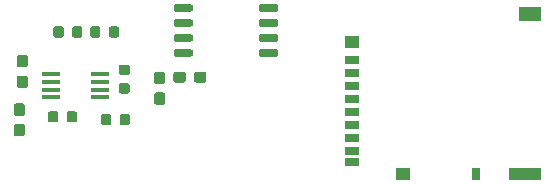
<source format=gbr>
G04 #@! TF.GenerationSoftware,KiCad,Pcbnew,(5.1.5)-3*
G04 #@! TF.CreationDate,2020-05-22T11:52:53-04:00*
G04 #@! TF.ProjectId,uBit_carrier,75426974-5f63-4617-9272-6965722e6b69,rev?*
G04 #@! TF.SameCoordinates,Original*
G04 #@! TF.FileFunction,Paste,Top*
G04 #@! TF.FilePolarity,Positive*
%FSLAX46Y46*%
G04 Gerber Fmt 4.6, Leading zero omitted, Abs format (unit mm)*
G04 Created by KiCad (PCBNEW (5.1.5)-3) date 2020-05-22 11:52:53*
%MOMM*%
%LPD*%
G04 APERTURE LIST*
%ADD10R,1.524000X0.457200*%
%ADD11C,0.100000*%
%ADD12R,1.900000X1.300000*%
%ADD13R,2.800000X1.000000*%
%ADD14R,0.800000X1.000000*%
%ADD15R,1.200000X1.000000*%
%ADD16R,1.200000X0.700000*%
G04 APERTURE END LIST*
D10*
X157416500Y-105546799D03*
X157416500Y-104896801D03*
X157416500Y-104246799D03*
X157416500Y-103596801D03*
X161505900Y-103596801D03*
X161505900Y-104246799D03*
X161505900Y-104896801D03*
X161505900Y-105546799D03*
D11*
G36*
X163879791Y-106980753D02*
G01*
X163901026Y-106983903D01*
X163921850Y-106989119D01*
X163942062Y-106996351D01*
X163961468Y-107005530D01*
X163979881Y-107016566D01*
X163997124Y-107029354D01*
X164013030Y-107043770D01*
X164027446Y-107059676D01*
X164040234Y-107076919D01*
X164051270Y-107095332D01*
X164060449Y-107114738D01*
X164067681Y-107134950D01*
X164072897Y-107155774D01*
X164076047Y-107177009D01*
X164077100Y-107198450D01*
X164077100Y-107710950D01*
X164076047Y-107732391D01*
X164072897Y-107753626D01*
X164067681Y-107774450D01*
X164060449Y-107794662D01*
X164051270Y-107814068D01*
X164040234Y-107832481D01*
X164027446Y-107849724D01*
X164013030Y-107865630D01*
X163997124Y-107880046D01*
X163979881Y-107892834D01*
X163961468Y-107903870D01*
X163942062Y-107913049D01*
X163921850Y-107920281D01*
X163901026Y-107925497D01*
X163879791Y-107928647D01*
X163858350Y-107929700D01*
X163420850Y-107929700D01*
X163399409Y-107928647D01*
X163378174Y-107925497D01*
X163357350Y-107920281D01*
X163337138Y-107913049D01*
X163317732Y-107903870D01*
X163299319Y-107892834D01*
X163282076Y-107880046D01*
X163266170Y-107865630D01*
X163251754Y-107849724D01*
X163238966Y-107832481D01*
X163227930Y-107814068D01*
X163218751Y-107794662D01*
X163211519Y-107774450D01*
X163206303Y-107753626D01*
X163203153Y-107732391D01*
X163202100Y-107710950D01*
X163202100Y-107198450D01*
X163203153Y-107177009D01*
X163206303Y-107155774D01*
X163211519Y-107134950D01*
X163218751Y-107114738D01*
X163227930Y-107095332D01*
X163238966Y-107076919D01*
X163251754Y-107059676D01*
X163266170Y-107043770D01*
X163282076Y-107029354D01*
X163299319Y-107016566D01*
X163317732Y-107005530D01*
X163337138Y-106996351D01*
X163357350Y-106989119D01*
X163378174Y-106983903D01*
X163399409Y-106980753D01*
X163420850Y-106979700D01*
X163858350Y-106979700D01*
X163879791Y-106980753D01*
G37*
G36*
X162304791Y-106980753D02*
G01*
X162326026Y-106983903D01*
X162346850Y-106989119D01*
X162367062Y-106996351D01*
X162386468Y-107005530D01*
X162404881Y-107016566D01*
X162422124Y-107029354D01*
X162438030Y-107043770D01*
X162452446Y-107059676D01*
X162465234Y-107076919D01*
X162476270Y-107095332D01*
X162485449Y-107114738D01*
X162492681Y-107134950D01*
X162497897Y-107155774D01*
X162501047Y-107177009D01*
X162502100Y-107198450D01*
X162502100Y-107710950D01*
X162501047Y-107732391D01*
X162497897Y-107753626D01*
X162492681Y-107774450D01*
X162485449Y-107794662D01*
X162476270Y-107814068D01*
X162465234Y-107832481D01*
X162452446Y-107849724D01*
X162438030Y-107865630D01*
X162422124Y-107880046D01*
X162404881Y-107892834D01*
X162386468Y-107903870D01*
X162367062Y-107913049D01*
X162346850Y-107920281D01*
X162326026Y-107925497D01*
X162304791Y-107928647D01*
X162283350Y-107929700D01*
X161845850Y-107929700D01*
X161824409Y-107928647D01*
X161803174Y-107925497D01*
X161782350Y-107920281D01*
X161762138Y-107913049D01*
X161742732Y-107903870D01*
X161724319Y-107892834D01*
X161707076Y-107880046D01*
X161691170Y-107865630D01*
X161676754Y-107849724D01*
X161663966Y-107832481D01*
X161652930Y-107814068D01*
X161643751Y-107794662D01*
X161636519Y-107774450D01*
X161631303Y-107753626D01*
X161628153Y-107732391D01*
X161627100Y-107710950D01*
X161627100Y-107198450D01*
X161628153Y-107177009D01*
X161631303Y-107155774D01*
X161636519Y-107134950D01*
X161643751Y-107114738D01*
X161652930Y-107095332D01*
X161663966Y-107076919D01*
X161676754Y-107059676D01*
X161691170Y-107043770D01*
X161707076Y-107029354D01*
X161724319Y-107016566D01*
X161742732Y-107005530D01*
X161762138Y-106996351D01*
X161782350Y-106989119D01*
X161803174Y-106983903D01*
X161824409Y-106980753D01*
X161845850Y-106979700D01*
X162283350Y-106979700D01*
X162304791Y-106980753D01*
G37*
G36*
X158266191Y-99551253D02*
G01*
X158287426Y-99554403D01*
X158308250Y-99559619D01*
X158328462Y-99566851D01*
X158347868Y-99576030D01*
X158366281Y-99587066D01*
X158383524Y-99599854D01*
X158399430Y-99614270D01*
X158413846Y-99630176D01*
X158426634Y-99647419D01*
X158437670Y-99665832D01*
X158446849Y-99685238D01*
X158454081Y-99705450D01*
X158459297Y-99726274D01*
X158462447Y-99747509D01*
X158463500Y-99768950D01*
X158463500Y-100281450D01*
X158462447Y-100302891D01*
X158459297Y-100324126D01*
X158454081Y-100344950D01*
X158446849Y-100365162D01*
X158437670Y-100384568D01*
X158426634Y-100402981D01*
X158413846Y-100420224D01*
X158399430Y-100436130D01*
X158383524Y-100450546D01*
X158366281Y-100463334D01*
X158347868Y-100474370D01*
X158328462Y-100483549D01*
X158308250Y-100490781D01*
X158287426Y-100495997D01*
X158266191Y-100499147D01*
X158244750Y-100500200D01*
X157807250Y-100500200D01*
X157785809Y-100499147D01*
X157764574Y-100495997D01*
X157743750Y-100490781D01*
X157723538Y-100483549D01*
X157704132Y-100474370D01*
X157685719Y-100463334D01*
X157668476Y-100450546D01*
X157652570Y-100436130D01*
X157638154Y-100420224D01*
X157625366Y-100402981D01*
X157614330Y-100384568D01*
X157605151Y-100365162D01*
X157597919Y-100344950D01*
X157592703Y-100324126D01*
X157589553Y-100302891D01*
X157588500Y-100281450D01*
X157588500Y-99768950D01*
X157589553Y-99747509D01*
X157592703Y-99726274D01*
X157597919Y-99705450D01*
X157605151Y-99685238D01*
X157614330Y-99665832D01*
X157625366Y-99647419D01*
X157638154Y-99630176D01*
X157652570Y-99614270D01*
X157668476Y-99599854D01*
X157685719Y-99587066D01*
X157704132Y-99576030D01*
X157723538Y-99566851D01*
X157743750Y-99559619D01*
X157764574Y-99554403D01*
X157785809Y-99551253D01*
X157807250Y-99550200D01*
X158244750Y-99550200D01*
X158266191Y-99551253D01*
G37*
G36*
X159841191Y-99551253D02*
G01*
X159862426Y-99554403D01*
X159883250Y-99559619D01*
X159903462Y-99566851D01*
X159922868Y-99576030D01*
X159941281Y-99587066D01*
X159958524Y-99599854D01*
X159974430Y-99614270D01*
X159988846Y-99630176D01*
X160001634Y-99647419D01*
X160012670Y-99665832D01*
X160021849Y-99685238D01*
X160029081Y-99705450D01*
X160034297Y-99726274D01*
X160037447Y-99747509D01*
X160038500Y-99768950D01*
X160038500Y-100281450D01*
X160037447Y-100302891D01*
X160034297Y-100324126D01*
X160029081Y-100344950D01*
X160021849Y-100365162D01*
X160012670Y-100384568D01*
X160001634Y-100402981D01*
X159988846Y-100420224D01*
X159974430Y-100436130D01*
X159958524Y-100450546D01*
X159941281Y-100463334D01*
X159922868Y-100474370D01*
X159903462Y-100483549D01*
X159883250Y-100490781D01*
X159862426Y-100495997D01*
X159841191Y-100499147D01*
X159819750Y-100500200D01*
X159382250Y-100500200D01*
X159360809Y-100499147D01*
X159339574Y-100495997D01*
X159318750Y-100490781D01*
X159298538Y-100483549D01*
X159279132Y-100474370D01*
X159260719Y-100463334D01*
X159243476Y-100450546D01*
X159227570Y-100436130D01*
X159213154Y-100420224D01*
X159200366Y-100402981D01*
X159189330Y-100384568D01*
X159180151Y-100365162D01*
X159172919Y-100344950D01*
X159167703Y-100324126D01*
X159164553Y-100302891D01*
X159163500Y-100281450D01*
X159163500Y-99768950D01*
X159164553Y-99747509D01*
X159167703Y-99726274D01*
X159172919Y-99705450D01*
X159180151Y-99685238D01*
X159189330Y-99665832D01*
X159200366Y-99647419D01*
X159213154Y-99630176D01*
X159227570Y-99614270D01*
X159243476Y-99599854D01*
X159260719Y-99587066D01*
X159279132Y-99576030D01*
X159298538Y-99566851D01*
X159318750Y-99559619D01*
X159339574Y-99554403D01*
X159360809Y-99551253D01*
X159382250Y-99550200D01*
X159819750Y-99550200D01*
X159841191Y-99551253D01*
G37*
G36*
X162952691Y-99551253D02*
G01*
X162973926Y-99554403D01*
X162994750Y-99559619D01*
X163014962Y-99566851D01*
X163034368Y-99576030D01*
X163052781Y-99587066D01*
X163070024Y-99599854D01*
X163085930Y-99614270D01*
X163100346Y-99630176D01*
X163113134Y-99647419D01*
X163124170Y-99665832D01*
X163133349Y-99685238D01*
X163140581Y-99705450D01*
X163145797Y-99726274D01*
X163148947Y-99747509D01*
X163150000Y-99768950D01*
X163150000Y-100281450D01*
X163148947Y-100302891D01*
X163145797Y-100324126D01*
X163140581Y-100344950D01*
X163133349Y-100365162D01*
X163124170Y-100384568D01*
X163113134Y-100402981D01*
X163100346Y-100420224D01*
X163085930Y-100436130D01*
X163070024Y-100450546D01*
X163052781Y-100463334D01*
X163034368Y-100474370D01*
X163014962Y-100483549D01*
X162994750Y-100490781D01*
X162973926Y-100495997D01*
X162952691Y-100499147D01*
X162931250Y-100500200D01*
X162493750Y-100500200D01*
X162472309Y-100499147D01*
X162451074Y-100495997D01*
X162430250Y-100490781D01*
X162410038Y-100483549D01*
X162390632Y-100474370D01*
X162372219Y-100463334D01*
X162354976Y-100450546D01*
X162339070Y-100436130D01*
X162324654Y-100420224D01*
X162311866Y-100402981D01*
X162300830Y-100384568D01*
X162291651Y-100365162D01*
X162284419Y-100344950D01*
X162279203Y-100324126D01*
X162276053Y-100302891D01*
X162275000Y-100281450D01*
X162275000Y-99768950D01*
X162276053Y-99747509D01*
X162279203Y-99726274D01*
X162284419Y-99705450D01*
X162291651Y-99685238D01*
X162300830Y-99665832D01*
X162311866Y-99647419D01*
X162324654Y-99630176D01*
X162339070Y-99614270D01*
X162354976Y-99599854D01*
X162372219Y-99587066D01*
X162390632Y-99576030D01*
X162410038Y-99566851D01*
X162430250Y-99559619D01*
X162451074Y-99554403D01*
X162472309Y-99551253D01*
X162493750Y-99550200D01*
X162931250Y-99550200D01*
X162952691Y-99551253D01*
G37*
G36*
X161377691Y-99551253D02*
G01*
X161398926Y-99554403D01*
X161419750Y-99559619D01*
X161439962Y-99566851D01*
X161459368Y-99576030D01*
X161477781Y-99587066D01*
X161495024Y-99599854D01*
X161510930Y-99614270D01*
X161525346Y-99630176D01*
X161538134Y-99647419D01*
X161549170Y-99665832D01*
X161558349Y-99685238D01*
X161565581Y-99705450D01*
X161570797Y-99726274D01*
X161573947Y-99747509D01*
X161575000Y-99768950D01*
X161575000Y-100281450D01*
X161573947Y-100302891D01*
X161570797Y-100324126D01*
X161565581Y-100344950D01*
X161558349Y-100365162D01*
X161549170Y-100384568D01*
X161538134Y-100402981D01*
X161525346Y-100420224D01*
X161510930Y-100436130D01*
X161495024Y-100450546D01*
X161477781Y-100463334D01*
X161459368Y-100474370D01*
X161439962Y-100483549D01*
X161419750Y-100490781D01*
X161398926Y-100495997D01*
X161377691Y-100499147D01*
X161356250Y-100500200D01*
X160918750Y-100500200D01*
X160897309Y-100499147D01*
X160876074Y-100495997D01*
X160855250Y-100490781D01*
X160835038Y-100483549D01*
X160815632Y-100474370D01*
X160797219Y-100463334D01*
X160779976Y-100450546D01*
X160764070Y-100436130D01*
X160749654Y-100420224D01*
X160736866Y-100402981D01*
X160725830Y-100384568D01*
X160716651Y-100365162D01*
X160709419Y-100344950D01*
X160704203Y-100324126D01*
X160701053Y-100302891D01*
X160700000Y-100281450D01*
X160700000Y-99768950D01*
X160701053Y-99747509D01*
X160704203Y-99726274D01*
X160709419Y-99705450D01*
X160716651Y-99685238D01*
X160725830Y-99665832D01*
X160736866Y-99647419D01*
X160749654Y-99630176D01*
X160764070Y-99614270D01*
X160779976Y-99599854D01*
X160797219Y-99587066D01*
X160815632Y-99576030D01*
X160835038Y-99566851D01*
X160855250Y-99559619D01*
X160876074Y-99554403D01*
X160897309Y-99551253D01*
X160918750Y-99550200D01*
X161356250Y-99550200D01*
X161377691Y-99551253D01*
G37*
G36*
X159383991Y-106739453D02*
G01*
X159405226Y-106742603D01*
X159426050Y-106747819D01*
X159446262Y-106755051D01*
X159465668Y-106764230D01*
X159484081Y-106775266D01*
X159501324Y-106788054D01*
X159517230Y-106802470D01*
X159531646Y-106818376D01*
X159544434Y-106835619D01*
X159555470Y-106854032D01*
X159564649Y-106873438D01*
X159571881Y-106893650D01*
X159577097Y-106914474D01*
X159580247Y-106935709D01*
X159581300Y-106957150D01*
X159581300Y-107469650D01*
X159580247Y-107491091D01*
X159577097Y-107512326D01*
X159571881Y-107533150D01*
X159564649Y-107553362D01*
X159555470Y-107572768D01*
X159544434Y-107591181D01*
X159531646Y-107608424D01*
X159517230Y-107624330D01*
X159501324Y-107638746D01*
X159484081Y-107651534D01*
X159465668Y-107662570D01*
X159446262Y-107671749D01*
X159426050Y-107678981D01*
X159405226Y-107684197D01*
X159383991Y-107687347D01*
X159362550Y-107688400D01*
X158925050Y-107688400D01*
X158903609Y-107687347D01*
X158882374Y-107684197D01*
X158861550Y-107678981D01*
X158841338Y-107671749D01*
X158821932Y-107662570D01*
X158803519Y-107651534D01*
X158786276Y-107638746D01*
X158770370Y-107624330D01*
X158755954Y-107608424D01*
X158743166Y-107591181D01*
X158732130Y-107572768D01*
X158722951Y-107553362D01*
X158715719Y-107533150D01*
X158710503Y-107512326D01*
X158707353Y-107491091D01*
X158706300Y-107469650D01*
X158706300Y-106957150D01*
X158707353Y-106935709D01*
X158710503Y-106914474D01*
X158715719Y-106893650D01*
X158722951Y-106873438D01*
X158732130Y-106854032D01*
X158743166Y-106835619D01*
X158755954Y-106818376D01*
X158770370Y-106802470D01*
X158786276Y-106788054D01*
X158803519Y-106775266D01*
X158821932Y-106764230D01*
X158841338Y-106755051D01*
X158861550Y-106747819D01*
X158882374Y-106742603D01*
X158903609Y-106739453D01*
X158925050Y-106738400D01*
X159362550Y-106738400D01*
X159383991Y-106739453D01*
G37*
G36*
X157808991Y-106739453D02*
G01*
X157830226Y-106742603D01*
X157851050Y-106747819D01*
X157871262Y-106755051D01*
X157890668Y-106764230D01*
X157909081Y-106775266D01*
X157926324Y-106788054D01*
X157942230Y-106802470D01*
X157956646Y-106818376D01*
X157969434Y-106835619D01*
X157980470Y-106854032D01*
X157989649Y-106873438D01*
X157996881Y-106893650D01*
X158002097Y-106914474D01*
X158005247Y-106935709D01*
X158006300Y-106957150D01*
X158006300Y-107469650D01*
X158005247Y-107491091D01*
X158002097Y-107512326D01*
X157996881Y-107533150D01*
X157989649Y-107553362D01*
X157980470Y-107572768D01*
X157969434Y-107591181D01*
X157956646Y-107608424D01*
X157942230Y-107624330D01*
X157926324Y-107638746D01*
X157909081Y-107651534D01*
X157890668Y-107662570D01*
X157871262Y-107671749D01*
X157851050Y-107678981D01*
X157830226Y-107684197D01*
X157808991Y-107687347D01*
X157787550Y-107688400D01*
X157350050Y-107688400D01*
X157328609Y-107687347D01*
X157307374Y-107684197D01*
X157286550Y-107678981D01*
X157266338Y-107671749D01*
X157246932Y-107662570D01*
X157228519Y-107651534D01*
X157211276Y-107638746D01*
X157195370Y-107624330D01*
X157180954Y-107608424D01*
X157168166Y-107591181D01*
X157157130Y-107572768D01*
X157147951Y-107553362D01*
X157140719Y-107533150D01*
X157135503Y-107512326D01*
X157132353Y-107491091D01*
X157131300Y-107469650D01*
X157131300Y-106957150D01*
X157132353Y-106935709D01*
X157135503Y-106914474D01*
X157140719Y-106893650D01*
X157147951Y-106873438D01*
X157157130Y-106854032D01*
X157168166Y-106835619D01*
X157180954Y-106818376D01*
X157195370Y-106802470D01*
X157211276Y-106788054D01*
X157228519Y-106775266D01*
X157246932Y-106764230D01*
X157266338Y-106755051D01*
X157286550Y-106747819D01*
X157307374Y-106742603D01*
X157328609Y-106739453D01*
X157350050Y-106738400D01*
X157787550Y-106738400D01*
X157808991Y-106739453D01*
G37*
G36*
X155213479Y-103716444D02*
G01*
X155236534Y-103719863D01*
X155259143Y-103725527D01*
X155281087Y-103733379D01*
X155302157Y-103743344D01*
X155322148Y-103755326D01*
X155340868Y-103769210D01*
X155358138Y-103784862D01*
X155373790Y-103802132D01*
X155387674Y-103820852D01*
X155399656Y-103840843D01*
X155409621Y-103861913D01*
X155417473Y-103883857D01*
X155423137Y-103906466D01*
X155426556Y-103929521D01*
X155427700Y-103952800D01*
X155427700Y-104527800D01*
X155426556Y-104551079D01*
X155423137Y-104574134D01*
X155417473Y-104596743D01*
X155409621Y-104618687D01*
X155399656Y-104639757D01*
X155387674Y-104659748D01*
X155373790Y-104678468D01*
X155358138Y-104695738D01*
X155340868Y-104711390D01*
X155322148Y-104725274D01*
X155302157Y-104737256D01*
X155281087Y-104747221D01*
X155259143Y-104755073D01*
X155236534Y-104760737D01*
X155213479Y-104764156D01*
X155190200Y-104765300D01*
X154715200Y-104765300D01*
X154691921Y-104764156D01*
X154668866Y-104760737D01*
X154646257Y-104755073D01*
X154624313Y-104747221D01*
X154603243Y-104737256D01*
X154583252Y-104725274D01*
X154564532Y-104711390D01*
X154547262Y-104695738D01*
X154531610Y-104678468D01*
X154517726Y-104659748D01*
X154505744Y-104639757D01*
X154495779Y-104618687D01*
X154487927Y-104596743D01*
X154482263Y-104574134D01*
X154478844Y-104551079D01*
X154477700Y-104527800D01*
X154477700Y-103952800D01*
X154478844Y-103929521D01*
X154482263Y-103906466D01*
X154487927Y-103883857D01*
X154495779Y-103861913D01*
X154505744Y-103840843D01*
X154517726Y-103820852D01*
X154531610Y-103802132D01*
X154547262Y-103784862D01*
X154564532Y-103769210D01*
X154583252Y-103755326D01*
X154603243Y-103743344D01*
X154624313Y-103733379D01*
X154646257Y-103725527D01*
X154668866Y-103719863D01*
X154691921Y-103716444D01*
X154715200Y-103715300D01*
X155190200Y-103715300D01*
X155213479Y-103716444D01*
G37*
G36*
X155213479Y-101966444D02*
G01*
X155236534Y-101969863D01*
X155259143Y-101975527D01*
X155281087Y-101983379D01*
X155302157Y-101993344D01*
X155322148Y-102005326D01*
X155340868Y-102019210D01*
X155358138Y-102034862D01*
X155373790Y-102052132D01*
X155387674Y-102070852D01*
X155399656Y-102090843D01*
X155409621Y-102111913D01*
X155417473Y-102133857D01*
X155423137Y-102156466D01*
X155426556Y-102179521D01*
X155427700Y-102202800D01*
X155427700Y-102777800D01*
X155426556Y-102801079D01*
X155423137Y-102824134D01*
X155417473Y-102846743D01*
X155409621Y-102868687D01*
X155399656Y-102889757D01*
X155387674Y-102909748D01*
X155373790Y-102928468D01*
X155358138Y-102945738D01*
X155340868Y-102961390D01*
X155322148Y-102975274D01*
X155302157Y-102987256D01*
X155281087Y-102997221D01*
X155259143Y-103005073D01*
X155236534Y-103010737D01*
X155213479Y-103014156D01*
X155190200Y-103015300D01*
X154715200Y-103015300D01*
X154691921Y-103014156D01*
X154668866Y-103010737D01*
X154646257Y-103005073D01*
X154624313Y-102997221D01*
X154603243Y-102987256D01*
X154583252Y-102975274D01*
X154564532Y-102961390D01*
X154547262Y-102945738D01*
X154531610Y-102928468D01*
X154517726Y-102909748D01*
X154505744Y-102889757D01*
X154495779Y-102868687D01*
X154487927Y-102846743D01*
X154482263Y-102824134D01*
X154478844Y-102801079D01*
X154477700Y-102777800D01*
X154477700Y-102202800D01*
X154478844Y-102179521D01*
X154482263Y-102156466D01*
X154487927Y-102133857D01*
X154495779Y-102111913D01*
X154505744Y-102090843D01*
X154517726Y-102070852D01*
X154531610Y-102052132D01*
X154547262Y-102034862D01*
X154564532Y-102019210D01*
X154583252Y-102005326D01*
X154603243Y-101993344D01*
X154624313Y-101983379D01*
X154646257Y-101975527D01*
X154668866Y-101969863D01*
X154691921Y-101966444D01*
X154715200Y-101965300D01*
X155190200Y-101965300D01*
X155213479Y-101966444D01*
G37*
G36*
X163866391Y-104364053D02*
G01*
X163887626Y-104367203D01*
X163908450Y-104372419D01*
X163928662Y-104379651D01*
X163948068Y-104388830D01*
X163966481Y-104399866D01*
X163983724Y-104412654D01*
X163999630Y-104427070D01*
X164014046Y-104442976D01*
X164026834Y-104460219D01*
X164037870Y-104478632D01*
X164047049Y-104498038D01*
X164054281Y-104518250D01*
X164059497Y-104539074D01*
X164062647Y-104560309D01*
X164063700Y-104581750D01*
X164063700Y-105019250D01*
X164062647Y-105040691D01*
X164059497Y-105061926D01*
X164054281Y-105082750D01*
X164047049Y-105102962D01*
X164037870Y-105122368D01*
X164026834Y-105140781D01*
X164014046Y-105158024D01*
X163999630Y-105173930D01*
X163983724Y-105188346D01*
X163966481Y-105201134D01*
X163948068Y-105212170D01*
X163928662Y-105221349D01*
X163908450Y-105228581D01*
X163887626Y-105233797D01*
X163866391Y-105236947D01*
X163844950Y-105238000D01*
X163332450Y-105238000D01*
X163311009Y-105236947D01*
X163289774Y-105233797D01*
X163268950Y-105228581D01*
X163248738Y-105221349D01*
X163229332Y-105212170D01*
X163210919Y-105201134D01*
X163193676Y-105188346D01*
X163177770Y-105173930D01*
X163163354Y-105158024D01*
X163150566Y-105140781D01*
X163139530Y-105122368D01*
X163130351Y-105102962D01*
X163123119Y-105082750D01*
X163117903Y-105061926D01*
X163114753Y-105040691D01*
X163113700Y-105019250D01*
X163113700Y-104581750D01*
X163114753Y-104560309D01*
X163117903Y-104539074D01*
X163123119Y-104518250D01*
X163130351Y-104498038D01*
X163139530Y-104478632D01*
X163150566Y-104460219D01*
X163163354Y-104442976D01*
X163177770Y-104427070D01*
X163193676Y-104412654D01*
X163210919Y-104399866D01*
X163229332Y-104388830D01*
X163248738Y-104379651D01*
X163268950Y-104372419D01*
X163289774Y-104367203D01*
X163311009Y-104364053D01*
X163332450Y-104363000D01*
X163844950Y-104363000D01*
X163866391Y-104364053D01*
G37*
G36*
X163866391Y-102789053D02*
G01*
X163887626Y-102792203D01*
X163908450Y-102797419D01*
X163928662Y-102804651D01*
X163948068Y-102813830D01*
X163966481Y-102824866D01*
X163983724Y-102837654D01*
X163999630Y-102852070D01*
X164014046Y-102867976D01*
X164026834Y-102885219D01*
X164037870Y-102903632D01*
X164047049Y-102923038D01*
X164054281Y-102943250D01*
X164059497Y-102964074D01*
X164062647Y-102985309D01*
X164063700Y-103006750D01*
X164063700Y-103444250D01*
X164062647Y-103465691D01*
X164059497Y-103486926D01*
X164054281Y-103507750D01*
X164047049Y-103527962D01*
X164037870Y-103547368D01*
X164026834Y-103565781D01*
X164014046Y-103583024D01*
X163999630Y-103598930D01*
X163983724Y-103613346D01*
X163966481Y-103626134D01*
X163948068Y-103637170D01*
X163928662Y-103646349D01*
X163908450Y-103653581D01*
X163887626Y-103658797D01*
X163866391Y-103661947D01*
X163844950Y-103663000D01*
X163332450Y-103663000D01*
X163311009Y-103661947D01*
X163289774Y-103658797D01*
X163268950Y-103653581D01*
X163248738Y-103646349D01*
X163229332Y-103637170D01*
X163210919Y-103626134D01*
X163193676Y-103613346D01*
X163177770Y-103598930D01*
X163163354Y-103583024D01*
X163150566Y-103565781D01*
X163139530Y-103547368D01*
X163130351Y-103527962D01*
X163123119Y-103507750D01*
X163117903Y-103486926D01*
X163114753Y-103465691D01*
X163113700Y-103444250D01*
X163113700Y-103006750D01*
X163114753Y-102985309D01*
X163117903Y-102964074D01*
X163123119Y-102943250D01*
X163130351Y-102923038D01*
X163139530Y-102903632D01*
X163150566Y-102885219D01*
X163163354Y-102867976D01*
X163177770Y-102852070D01*
X163193676Y-102837654D01*
X163210919Y-102824866D01*
X163229332Y-102813830D01*
X163248738Y-102804651D01*
X163268950Y-102797419D01*
X163289774Y-102792203D01*
X163311009Y-102789053D01*
X163332450Y-102788000D01*
X163844950Y-102788000D01*
X163866391Y-102789053D01*
G37*
D12*
X197975000Y-98525000D03*
D13*
X197525000Y-112025000D03*
D14*
X193375000Y-112025000D03*
D15*
X187175000Y-112025000D03*
X182875000Y-100875000D03*
D16*
X182875000Y-109025000D03*
X182875000Y-107925000D03*
X182875000Y-106825000D03*
X182875000Y-105725000D03*
X182875000Y-104625000D03*
X182875000Y-103525000D03*
X182875000Y-102425000D03*
X182875000Y-110125000D03*
X182875000Y-111075000D03*
D11*
G36*
X154972179Y-107818544D02*
G01*
X154995234Y-107821963D01*
X155017843Y-107827627D01*
X155039787Y-107835479D01*
X155060857Y-107845444D01*
X155080848Y-107857426D01*
X155099568Y-107871310D01*
X155116838Y-107886962D01*
X155132490Y-107904232D01*
X155146374Y-107922952D01*
X155158356Y-107942943D01*
X155168321Y-107964013D01*
X155176173Y-107985957D01*
X155181837Y-108008566D01*
X155185256Y-108031621D01*
X155186400Y-108054900D01*
X155186400Y-108629900D01*
X155185256Y-108653179D01*
X155181837Y-108676234D01*
X155176173Y-108698843D01*
X155168321Y-108720787D01*
X155158356Y-108741857D01*
X155146374Y-108761848D01*
X155132490Y-108780568D01*
X155116838Y-108797838D01*
X155099568Y-108813490D01*
X155080848Y-108827374D01*
X155060857Y-108839356D01*
X155039787Y-108849321D01*
X155017843Y-108857173D01*
X154995234Y-108862837D01*
X154972179Y-108866256D01*
X154948900Y-108867400D01*
X154473900Y-108867400D01*
X154450621Y-108866256D01*
X154427566Y-108862837D01*
X154404957Y-108857173D01*
X154383013Y-108849321D01*
X154361943Y-108839356D01*
X154341952Y-108827374D01*
X154323232Y-108813490D01*
X154305962Y-108797838D01*
X154290310Y-108780568D01*
X154276426Y-108761848D01*
X154264444Y-108741857D01*
X154254479Y-108720787D01*
X154246627Y-108698843D01*
X154240963Y-108676234D01*
X154237544Y-108653179D01*
X154236400Y-108629900D01*
X154236400Y-108054900D01*
X154237544Y-108031621D01*
X154240963Y-108008566D01*
X154246627Y-107985957D01*
X154254479Y-107964013D01*
X154264444Y-107942943D01*
X154276426Y-107922952D01*
X154290310Y-107904232D01*
X154305962Y-107886962D01*
X154323232Y-107871310D01*
X154341952Y-107857426D01*
X154361943Y-107845444D01*
X154383013Y-107835479D01*
X154404957Y-107827627D01*
X154427566Y-107821963D01*
X154450621Y-107818544D01*
X154473900Y-107817400D01*
X154948900Y-107817400D01*
X154972179Y-107818544D01*
G37*
G36*
X154972179Y-106068544D02*
G01*
X154995234Y-106071963D01*
X155017843Y-106077627D01*
X155039787Y-106085479D01*
X155060857Y-106095444D01*
X155080848Y-106107426D01*
X155099568Y-106121310D01*
X155116838Y-106136962D01*
X155132490Y-106154232D01*
X155146374Y-106172952D01*
X155158356Y-106192943D01*
X155168321Y-106214013D01*
X155176173Y-106235957D01*
X155181837Y-106258566D01*
X155185256Y-106281621D01*
X155186400Y-106304900D01*
X155186400Y-106879900D01*
X155185256Y-106903179D01*
X155181837Y-106926234D01*
X155176173Y-106948843D01*
X155168321Y-106970787D01*
X155158356Y-106991857D01*
X155146374Y-107011848D01*
X155132490Y-107030568D01*
X155116838Y-107047838D01*
X155099568Y-107063490D01*
X155080848Y-107077374D01*
X155060857Y-107089356D01*
X155039787Y-107099321D01*
X155017843Y-107107173D01*
X154995234Y-107112837D01*
X154972179Y-107116256D01*
X154948900Y-107117400D01*
X154473900Y-107117400D01*
X154450621Y-107116256D01*
X154427566Y-107112837D01*
X154404957Y-107107173D01*
X154383013Y-107099321D01*
X154361943Y-107089356D01*
X154341952Y-107077374D01*
X154323232Y-107063490D01*
X154305962Y-107047838D01*
X154290310Y-107030568D01*
X154276426Y-107011848D01*
X154264444Y-106991857D01*
X154254479Y-106970787D01*
X154246627Y-106948843D01*
X154240963Y-106926234D01*
X154237544Y-106903179D01*
X154236400Y-106879900D01*
X154236400Y-106304900D01*
X154237544Y-106281621D01*
X154240963Y-106258566D01*
X154246627Y-106235957D01*
X154254479Y-106214013D01*
X154264444Y-106192943D01*
X154276426Y-106172952D01*
X154290310Y-106154232D01*
X154305962Y-106136962D01*
X154323232Y-106121310D01*
X154341952Y-106107426D01*
X154361943Y-106095444D01*
X154383013Y-106085479D01*
X154404957Y-106077627D01*
X154427566Y-106071963D01*
X154450621Y-106068544D01*
X154473900Y-106067400D01*
X154948900Y-106067400D01*
X154972179Y-106068544D01*
G37*
G36*
X169264703Y-101505722D02*
G01*
X169279264Y-101507882D01*
X169293543Y-101511459D01*
X169307403Y-101516418D01*
X169320710Y-101522712D01*
X169333336Y-101530280D01*
X169345159Y-101539048D01*
X169356066Y-101548934D01*
X169365952Y-101559841D01*
X169374720Y-101571664D01*
X169382288Y-101584290D01*
X169388582Y-101597597D01*
X169393541Y-101611457D01*
X169397118Y-101625736D01*
X169399278Y-101640297D01*
X169400000Y-101655000D01*
X169400000Y-101955000D01*
X169399278Y-101969703D01*
X169397118Y-101984264D01*
X169393541Y-101998543D01*
X169388582Y-102012403D01*
X169382288Y-102025710D01*
X169374720Y-102038336D01*
X169365952Y-102050159D01*
X169356066Y-102061066D01*
X169345159Y-102070952D01*
X169333336Y-102079720D01*
X169320710Y-102087288D01*
X169307403Y-102093582D01*
X169293543Y-102098541D01*
X169279264Y-102102118D01*
X169264703Y-102104278D01*
X169250000Y-102105000D01*
X167950000Y-102105000D01*
X167935297Y-102104278D01*
X167920736Y-102102118D01*
X167906457Y-102098541D01*
X167892597Y-102093582D01*
X167879290Y-102087288D01*
X167866664Y-102079720D01*
X167854841Y-102070952D01*
X167843934Y-102061066D01*
X167834048Y-102050159D01*
X167825280Y-102038336D01*
X167817712Y-102025710D01*
X167811418Y-102012403D01*
X167806459Y-101998543D01*
X167802882Y-101984264D01*
X167800722Y-101969703D01*
X167800000Y-101955000D01*
X167800000Y-101655000D01*
X167800722Y-101640297D01*
X167802882Y-101625736D01*
X167806459Y-101611457D01*
X167811418Y-101597597D01*
X167817712Y-101584290D01*
X167825280Y-101571664D01*
X167834048Y-101559841D01*
X167843934Y-101548934D01*
X167854841Y-101539048D01*
X167866664Y-101530280D01*
X167879290Y-101522712D01*
X167892597Y-101516418D01*
X167906457Y-101511459D01*
X167920736Y-101507882D01*
X167935297Y-101505722D01*
X167950000Y-101505000D01*
X169250000Y-101505000D01*
X169264703Y-101505722D01*
G37*
G36*
X169264703Y-100235722D02*
G01*
X169279264Y-100237882D01*
X169293543Y-100241459D01*
X169307403Y-100246418D01*
X169320710Y-100252712D01*
X169333336Y-100260280D01*
X169345159Y-100269048D01*
X169356066Y-100278934D01*
X169365952Y-100289841D01*
X169374720Y-100301664D01*
X169382288Y-100314290D01*
X169388582Y-100327597D01*
X169393541Y-100341457D01*
X169397118Y-100355736D01*
X169399278Y-100370297D01*
X169400000Y-100385000D01*
X169400000Y-100685000D01*
X169399278Y-100699703D01*
X169397118Y-100714264D01*
X169393541Y-100728543D01*
X169388582Y-100742403D01*
X169382288Y-100755710D01*
X169374720Y-100768336D01*
X169365952Y-100780159D01*
X169356066Y-100791066D01*
X169345159Y-100800952D01*
X169333336Y-100809720D01*
X169320710Y-100817288D01*
X169307403Y-100823582D01*
X169293543Y-100828541D01*
X169279264Y-100832118D01*
X169264703Y-100834278D01*
X169250000Y-100835000D01*
X167950000Y-100835000D01*
X167935297Y-100834278D01*
X167920736Y-100832118D01*
X167906457Y-100828541D01*
X167892597Y-100823582D01*
X167879290Y-100817288D01*
X167866664Y-100809720D01*
X167854841Y-100800952D01*
X167843934Y-100791066D01*
X167834048Y-100780159D01*
X167825280Y-100768336D01*
X167817712Y-100755710D01*
X167811418Y-100742403D01*
X167806459Y-100728543D01*
X167802882Y-100714264D01*
X167800722Y-100699703D01*
X167800000Y-100685000D01*
X167800000Y-100385000D01*
X167800722Y-100370297D01*
X167802882Y-100355736D01*
X167806459Y-100341457D01*
X167811418Y-100327597D01*
X167817712Y-100314290D01*
X167825280Y-100301664D01*
X167834048Y-100289841D01*
X167843934Y-100278934D01*
X167854841Y-100269048D01*
X167866664Y-100260280D01*
X167879290Y-100252712D01*
X167892597Y-100246418D01*
X167906457Y-100241459D01*
X167920736Y-100237882D01*
X167935297Y-100235722D01*
X167950000Y-100235000D01*
X169250000Y-100235000D01*
X169264703Y-100235722D01*
G37*
G36*
X169264703Y-98965722D02*
G01*
X169279264Y-98967882D01*
X169293543Y-98971459D01*
X169307403Y-98976418D01*
X169320710Y-98982712D01*
X169333336Y-98990280D01*
X169345159Y-98999048D01*
X169356066Y-99008934D01*
X169365952Y-99019841D01*
X169374720Y-99031664D01*
X169382288Y-99044290D01*
X169388582Y-99057597D01*
X169393541Y-99071457D01*
X169397118Y-99085736D01*
X169399278Y-99100297D01*
X169400000Y-99115000D01*
X169400000Y-99415000D01*
X169399278Y-99429703D01*
X169397118Y-99444264D01*
X169393541Y-99458543D01*
X169388582Y-99472403D01*
X169382288Y-99485710D01*
X169374720Y-99498336D01*
X169365952Y-99510159D01*
X169356066Y-99521066D01*
X169345159Y-99530952D01*
X169333336Y-99539720D01*
X169320710Y-99547288D01*
X169307403Y-99553582D01*
X169293543Y-99558541D01*
X169279264Y-99562118D01*
X169264703Y-99564278D01*
X169250000Y-99565000D01*
X167950000Y-99565000D01*
X167935297Y-99564278D01*
X167920736Y-99562118D01*
X167906457Y-99558541D01*
X167892597Y-99553582D01*
X167879290Y-99547288D01*
X167866664Y-99539720D01*
X167854841Y-99530952D01*
X167843934Y-99521066D01*
X167834048Y-99510159D01*
X167825280Y-99498336D01*
X167817712Y-99485710D01*
X167811418Y-99472403D01*
X167806459Y-99458543D01*
X167802882Y-99444264D01*
X167800722Y-99429703D01*
X167800000Y-99415000D01*
X167800000Y-99115000D01*
X167800722Y-99100297D01*
X167802882Y-99085736D01*
X167806459Y-99071457D01*
X167811418Y-99057597D01*
X167817712Y-99044290D01*
X167825280Y-99031664D01*
X167834048Y-99019841D01*
X167843934Y-99008934D01*
X167854841Y-98999048D01*
X167866664Y-98990280D01*
X167879290Y-98982712D01*
X167892597Y-98976418D01*
X167906457Y-98971459D01*
X167920736Y-98967882D01*
X167935297Y-98965722D01*
X167950000Y-98965000D01*
X169250000Y-98965000D01*
X169264703Y-98965722D01*
G37*
G36*
X169264703Y-97695722D02*
G01*
X169279264Y-97697882D01*
X169293543Y-97701459D01*
X169307403Y-97706418D01*
X169320710Y-97712712D01*
X169333336Y-97720280D01*
X169345159Y-97729048D01*
X169356066Y-97738934D01*
X169365952Y-97749841D01*
X169374720Y-97761664D01*
X169382288Y-97774290D01*
X169388582Y-97787597D01*
X169393541Y-97801457D01*
X169397118Y-97815736D01*
X169399278Y-97830297D01*
X169400000Y-97845000D01*
X169400000Y-98145000D01*
X169399278Y-98159703D01*
X169397118Y-98174264D01*
X169393541Y-98188543D01*
X169388582Y-98202403D01*
X169382288Y-98215710D01*
X169374720Y-98228336D01*
X169365952Y-98240159D01*
X169356066Y-98251066D01*
X169345159Y-98260952D01*
X169333336Y-98269720D01*
X169320710Y-98277288D01*
X169307403Y-98283582D01*
X169293543Y-98288541D01*
X169279264Y-98292118D01*
X169264703Y-98294278D01*
X169250000Y-98295000D01*
X167950000Y-98295000D01*
X167935297Y-98294278D01*
X167920736Y-98292118D01*
X167906457Y-98288541D01*
X167892597Y-98283582D01*
X167879290Y-98277288D01*
X167866664Y-98269720D01*
X167854841Y-98260952D01*
X167843934Y-98251066D01*
X167834048Y-98240159D01*
X167825280Y-98228336D01*
X167817712Y-98215710D01*
X167811418Y-98202403D01*
X167806459Y-98188543D01*
X167802882Y-98174264D01*
X167800722Y-98159703D01*
X167800000Y-98145000D01*
X167800000Y-97845000D01*
X167800722Y-97830297D01*
X167802882Y-97815736D01*
X167806459Y-97801457D01*
X167811418Y-97787597D01*
X167817712Y-97774290D01*
X167825280Y-97761664D01*
X167834048Y-97749841D01*
X167843934Y-97738934D01*
X167854841Y-97729048D01*
X167866664Y-97720280D01*
X167879290Y-97712712D01*
X167892597Y-97706418D01*
X167906457Y-97701459D01*
X167920736Y-97697882D01*
X167935297Y-97695722D01*
X167950000Y-97695000D01*
X169250000Y-97695000D01*
X169264703Y-97695722D01*
G37*
G36*
X176464703Y-97695722D02*
G01*
X176479264Y-97697882D01*
X176493543Y-97701459D01*
X176507403Y-97706418D01*
X176520710Y-97712712D01*
X176533336Y-97720280D01*
X176545159Y-97729048D01*
X176556066Y-97738934D01*
X176565952Y-97749841D01*
X176574720Y-97761664D01*
X176582288Y-97774290D01*
X176588582Y-97787597D01*
X176593541Y-97801457D01*
X176597118Y-97815736D01*
X176599278Y-97830297D01*
X176600000Y-97845000D01*
X176600000Y-98145000D01*
X176599278Y-98159703D01*
X176597118Y-98174264D01*
X176593541Y-98188543D01*
X176588582Y-98202403D01*
X176582288Y-98215710D01*
X176574720Y-98228336D01*
X176565952Y-98240159D01*
X176556066Y-98251066D01*
X176545159Y-98260952D01*
X176533336Y-98269720D01*
X176520710Y-98277288D01*
X176507403Y-98283582D01*
X176493543Y-98288541D01*
X176479264Y-98292118D01*
X176464703Y-98294278D01*
X176450000Y-98295000D01*
X175150000Y-98295000D01*
X175135297Y-98294278D01*
X175120736Y-98292118D01*
X175106457Y-98288541D01*
X175092597Y-98283582D01*
X175079290Y-98277288D01*
X175066664Y-98269720D01*
X175054841Y-98260952D01*
X175043934Y-98251066D01*
X175034048Y-98240159D01*
X175025280Y-98228336D01*
X175017712Y-98215710D01*
X175011418Y-98202403D01*
X175006459Y-98188543D01*
X175002882Y-98174264D01*
X175000722Y-98159703D01*
X175000000Y-98145000D01*
X175000000Y-97845000D01*
X175000722Y-97830297D01*
X175002882Y-97815736D01*
X175006459Y-97801457D01*
X175011418Y-97787597D01*
X175017712Y-97774290D01*
X175025280Y-97761664D01*
X175034048Y-97749841D01*
X175043934Y-97738934D01*
X175054841Y-97729048D01*
X175066664Y-97720280D01*
X175079290Y-97712712D01*
X175092597Y-97706418D01*
X175106457Y-97701459D01*
X175120736Y-97697882D01*
X175135297Y-97695722D01*
X175150000Y-97695000D01*
X176450000Y-97695000D01*
X176464703Y-97695722D01*
G37*
G36*
X176464703Y-98965722D02*
G01*
X176479264Y-98967882D01*
X176493543Y-98971459D01*
X176507403Y-98976418D01*
X176520710Y-98982712D01*
X176533336Y-98990280D01*
X176545159Y-98999048D01*
X176556066Y-99008934D01*
X176565952Y-99019841D01*
X176574720Y-99031664D01*
X176582288Y-99044290D01*
X176588582Y-99057597D01*
X176593541Y-99071457D01*
X176597118Y-99085736D01*
X176599278Y-99100297D01*
X176600000Y-99115000D01*
X176600000Y-99415000D01*
X176599278Y-99429703D01*
X176597118Y-99444264D01*
X176593541Y-99458543D01*
X176588582Y-99472403D01*
X176582288Y-99485710D01*
X176574720Y-99498336D01*
X176565952Y-99510159D01*
X176556066Y-99521066D01*
X176545159Y-99530952D01*
X176533336Y-99539720D01*
X176520710Y-99547288D01*
X176507403Y-99553582D01*
X176493543Y-99558541D01*
X176479264Y-99562118D01*
X176464703Y-99564278D01*
X176450000Y-99565000D01*
X175150000Y-99565000D01*
X175135297Y-99564278D01*
X175120736Y-99562118D01*
X175106457Y-99558541D01*
X175092597Y-99553582D01*
X175079290Y-99547288D01*
X175066664Y-99539720D01*
X175054841Y-99530952D01*
X175043934Y-99521066D01*
X175034048Y-99510159D01*
X175025280Y-99498336D01*
X175017712Y-99485710D01*
X175011418Y-99472403D01*
X175006459Y-99458543D01*
X175002882Y-99444264D01*
X175000722Y-99429703D01*
X175000000Y-99415000D01*
X175000000Y-99115000D01*
X175000722Y-99100297D01*
X175002882Y-99085736D01*
X175006459Y-99071457D01*
X175011418Y-99057597D01*
X175017712Y-99044290D01*
X175025280Y-99031664D01*
X175034048Y-99019841D01*
X175043934Y-99008934D01*
X175054841Y-98999048D01*
X175066664Y-98990280D01*
X175079290Y-98982712D01*
X175092597Y-98976418D01*
X175106457Y-98971459D01*
X175120736Y-98967882D01*
X175135297Y-98965722D01*
X175150000Y-98965000D01*
X176450000Y-98965000D01*
X176464703Y-98965722D01*
G37*
G36*
X176464703Y-100235722D02*
G01*
X176479264Y-100237882D01*
X176493543Y-100241459D01*
X176507403Y-100246418D01*
X176520710Y-100252712D01*
X176533336Y-100260280D01*
X176545159Y-100269048D01*
X176556066Y-100278934D01*
X176565952Y-100289841D01*
X176574720Y-100301664D01*
X176582288Y-100314290D01*
X176588582Y-100327597D01*
X176593541Y-100341457D01*
X176597118Y-100355736D01*
X176599278Y-100370297D01*
X176600000Y-100385000D01*
X176600000Y-100685000D01*
X176599278Y-100699703D01*
X176597118Y-100714264D01*
X176593541Y-100728543D01*
X176588582Y-100742403D01*
X176582288Y-100755710D01*
X176574720Y-100768336D01*
X176565952Y-100780159D01*
X176556066Y-100791066D01*
X176545159Y-100800952D01*
X176533336Y-100809720D01*
X176520710Y-100817288D01*
X176507403Y-100823582D01*
X176493543Y-100828541D01*
X176479264Y-100832118D01*
X176464703Y-100834278D01*
X176450000Y-100835000D01*
X175150000Y-100835000D01*
X175135297Y-100834278D01*
X175120736Y-100832118D01*
X175106457Y-100828541D01*
X175092597Y-100823582D01*
X175079290Y-100817288D01*
X175066664Y-100809720D01*
X175054841Y-100800952D01*
X175043934Y-100791066D01*
X175034048Y-100780159D01*
X175025280Y-100768336D01*
X175017712Y-100755710D01*
X175011418Y-100742403D01*
X175006459Y-100728543D01*
X175002882Y-100714264D01*
X175000722Y-100699703D01*
X175000000Y-100685000D01*
X175000000Y-100385000D01*
X175000722Y-100370297D01*
X175002882Y-100355736D01*
X175006459Y-100341457D01*
X175011418Y-100327597D01*
X175017712Y-100314290D01*
X175025280Y-100301664D01*
X175034048Y-100289841D01*
X175043934Y-100278934D01*
X175054841Y-100269048D01*
X175066664Y-100260280D01*
X175079290Y-100252712D01*
X175092597Y-100246418D01*
X175106457Y-100241459D01*
X175120736Y-100237882D01*
X175135297Y-100235722D01*
X175150000Y-100235000D01*
X176450000Y-100235000D01*
X176464703Y-100235722D01*
G37*
G36*
X176464703Y-101505722D02*
G01*
X176479264Y-101507882D01*
X176493543Y-101511459D01*
X176507403Y-101516418D01*
X176520710Y-101522712D01*
X176533336Y-101530280D01*
X176545159Y-101539048D01*
X176556066Y-101548934D01*
X176565952Y-101559841D01*
X176574720Y-101571664D01*
X176582288Y-101584290D01*
X176588582Y-101597597D01*
X176593541Y-101611457D01*
X176597118Y-101625736D01*
X176599278Y-101640297D01*
X176600000Y-101655000D01*
X176600000Y-101955000D01*
X176599278Y-101969703D01*
X176597118Y-101984264D01*
X176593541Y-101998543D01*
X176588582Y-102012403D01*
X176582288Y-102025710D01*
X176574720Y-102038336D01*
X176565952Y-102050159D01*
X176556066Y-102061066D01*
X176545159Y-102070952D01*
X176533336Y-102079720D01*
X176520710Y-102087288D01*
X176507403Y-102093582D01*
X176493543Y-102098541D01*
X176479264Y-102102118D01*
X176464703Y-102104278D01*
X176450000Y-102105000D01*
X175150000Y-102105000D01*
X175135297Y-102104278D01*
X175120736Y-102102118D01*
X175106457Y-102098541D01*
X175092597Y-102093582D01*
X175079290Y-102087288D01*
X175066664Y-102079720D01*
X175054841Y-102070952D01*
X175043934Y-102061066D01*
X175034048Y-102050159D01*
X175025280Y-102038336D01*
X175017712Y-102025710D01*
X175011418Y-102012403D01*
X175006459Y-101998543D01*
X175002882Y-101984264D01*
X175000722Y-101969703D01*
X175000000Y-101955000D01*
X175000000Y-101655000D01*
X175000722Y-101640297D01*
X175002882Y-101625736D01*
X175006459Y-101611457D01*
X175011418Y-101597597D01*
X175017712Y-101584290D01*
X175025280Y-101571664D01*
X175034048Y-101559841D01*
X175043934Y-101548934D01*
X175054841Y-101539048D01*
X175066664Y-101530280D01*
X175079290Y-101522712D01*
X175092597Y-101516418D01*
X175106457Y-101511459D01*
X175120736Y-101507882D01*
X175135297Y-101505722D01*
X175150000Y-101505000D01*
X176450000Y-101505000D01*
X176464703Y-101505722D01*
G37*
G36*
X166846679Y-103388844D02*
G01*
X166869734Y-103392263D01*
X166892343Y-103397927D01*
X166914287Y-103405779D01*
X166935357Y-103415744D01*
X166955348Y-103427726D01*
X166974068Y-103441610D01*
X166991338Y-103457262D01*
X167006990Y-103474532D01*
X167020874Y-103493252D01*
X167032856Y-103513243D01*
X167042821Y-103534313D01*
X167050673Y-103556257D01*
X167056337Y-103578866D01*
X167059756Y-103601921D01*
X167060900Y-103625200D01*
X167060900Y-104200200D01*
X167059756Y-104223479D01*
X167056337Y-104246534D01*
X167050673Y-104269143D01*
X167042821Y-104291087D01*
X167032856Y-104312157D01*
X167020874Y-104332148D01*
X167006990Y-104350868D01*
X166991338Y-104368138D01*
X166974068Y-104383790D01*
X166955348Y-104397674D01*
X166935357Y-104409656D01*
X166914287Y-104419621D01*
X166892343Y-104427473D01*
X166869734Y-104433137D01*
X166846679Y-104436556D01*
X166823400Y-104437700D01*
X166348400Y-104437700D01*
X166325121Y-104436556D01*
X166302066Y-104433137D01*
X166279457Y-104427473D01*
X166257513Y-104419621D01*
X166236443Y-104409656D01*
X166216452Y-104397674D01*
X166197732Y-104383790D01*
X166180462Y-104368138D01*
X166164810Y-104350868D01*
X166150926Y-104332148D01*
X166138944Y-104312157D01*
X166128979Y-104291087D01*
X166121127Y-104269143D01*
X166115463Y-104246534D01*
X166112044Y-104223479D01*
X166110900Y-104200200D01*
X166110900Y-103625200D01*
X166112044Y-103601921D01*
X166115463Y-103578866D01*
X166121127Y-103556257D01*
X166128979Y-103534313D01*
X166138944Y-103513243D01*
X166150926Y-103493252D01*
X166164810Y-103474532D01*
X166180462Y-103457262D01*
X166197732Y-103441610D01*
X166216452Y-103427726D01*
X166236443Y-103415744D01*
X166257513Y-103405779D01*
X166279457Y-103397927D01*
X166302066Y-103392263D01*
X166325121Y-103388844D01*
X166348400Y-103387700D01*
X166823400Y-103387700D01*
X166846679Y-103388844D01*
G37*
G36*
X166846679Y-105138844D02*
G01*
X166869734Y-105142263D01*
X166892343Y-105147927D01*
X166914287Y-105155779D01*
X166935357Y-105165744D01*
X166955348Y-105177726D01*
X166974068Y-105191610D01*
X166991338Y-105207262D01*
X167006990Y-105224532D01*
X167020874Y-105243252D01*
X167032856Y-105263243D01*
X167042821Y-105284313D01*
X167050673Y-105306257D01*
X167056337Y-105328866D01*
X167059756Y-105351921D01*
X167060900Y-105375200D01*
X167060900Y-105950200D01*
X167059756Y-105973479D01*
X167056337Y-105996534D01*
X167050673Y-106019143D01*
X167042821Y-106041087D01*
X167032856Y-106062157D01*
X167020874Y-106082148D01*
X167006990Y-106100868D01*
X166991338Y-106118138D01*
X166974068Y-106133790D01*
X166955348Y-106147674D01*
X166935357Y-106159656D01*
X166914287Y-106169621D01*
X166892343Y-106177473D01*
X166869734Y-106183137D01*
X166846679Y-106186556D01*
X166823400Y-106187700D01*
X166348400Y-106187700D01*
X166325121Y-106186556D01*
X166302066Y-106183137D01*
X166279457Y-106177473D01*
X166257513Y-106169621D01*
X166236443Y-106159656D01*
X166216452Y-106147674D01*
X166197732Y-106133790D01*
X166180462Y-106118138D01*
X166164810Y-106100868D01*
X166150926Y-106082148D01*
X166138944Y-106062157D01*
X166128979Y-106041087D01*
X166121127Y-106019143D01*
X166115463Y-105996534D01*
X166112044Y-105973479D01*
X166110900Y-105950200D01*
X166110900Y-105375200D01*
X166112044Y-105351921D01*
X166115463Y-105328866D01*
X166121127Y-105306257D01*
X166128979Y-105284313D01*
X166138944Y-105263243D01*
X166150926Y-105243252D01*
X166164810Y-105224532D01*
X166180462Y-105207262D01*
X166197732Y-105191610D01*
X166216452Y-105177726D01*
X166236443Y-105165744D01*
X166257513Y-105155779D01*
X166279457Y-105147927D01*
X166302066Y-105142263D01*
X166325121Y-105138844D01*
X166348400Y-105137700D01*
X166823400Y-105137700D01*
X166846679Y-105138844D01*
G37*
G36*
X168585779Y-103376144D02*
G01*
X168608834Y-103379563D01*
X168631443Y-103385227D01*
X168653387Y-103393079D01*
X168674457Y-103403044D01*
X168694448Y-103415026D01*
X168713168Y-103428910D01*
X168730438Y-103444562D01*
X168746090Y-103461832D01*
X168759974Y-103480552D01*
X168771956Y-103500543D01*
X168781921Y-103521613D01*
X168789773Y-103543557D01*
X168795437Y-103566166D01*
X168798856Y-103589221D01*
X168800000Y-103612500D01*
X168800000Y-104087500D01*
X168798856Y-104110779D01*
X168795437Y-104133834D01*
X168789773Y-104156443D01*
X168781921Y-104178387D01*
X168771956Y-104199457D01*
X168759974Y-104219448D01*
X168746090Y-104238168D01*
X168730438Y-104255438D01*
X168713168Y-104271090D01*
X168694448Y-104284974D01*
X168674457Y-104296956D01*
X168653387Y-104306921D01*
X168631443Y-104314773D01*
X168608834Y-104320437D01*
X168585779Y-104323856D01*
X168562500Y-104325000D01*
X167987500Y-104325000D01*
X167964221Y-104323856D01*
X167941166Y-104320437D01*
X167918557Y-104314773D01*
X167896613Y-104306921D01*
X167875543Y-104296956D01*
X167855552Y-104284974D01*
X167836832Y-104271090D01*
X167819562Y-104255438D01*
X167803910Y-104238168D01*
X167790026Y-104219448D01*
X167778044Y-104199457D01*
X167768079Y-104178387D01*
X167760227Y-104156443D01*
X167754563Y-104133834D01*
X167751144Y-104110779D01*
X167750000Y-104087500D01*
X167750000Y-103612500D01*
X167751144Y-103589221D01*
X167754563Y-103566166D01*
X167760227Y-103543557D01*
X167768079Y-103521613D01*
X167778044Y-103500543D01*
X167790026Y-103480552D01*
X167803910Y-103461832D01*
X167819562Y-103444562D01*
X167836832Y-103428910D01*
X167855552Y-103415026D01*
X167875543Y-103403044D01*
X167896613Y-103393079D01*
X167918557Y-103385227D01*
X167941166Y-103379563D01*
X167964221Y-103376144D01*
X167987500Y-103375000D01*
X168562500Y-103375000D01*
X168585779Y-103376144D01*
G37*
G36*
X170335779Y-103376144D02*
G01*
X170358834Y-103379563D01*
X170381443Y-103385227D01*
X170403387Y-103393079D01*
X170424457Y-103403044D01*
X170444448Y-103415026D01*
X170463168Y-103428910D01*
X170480438Y-103444562D01*
X170496090Y-103461832D01*
X170509974Y-103480552D01*
X170521956Y-103500543D01*
X170531921Y-103521613D01*
X170539773Y-103543557D01*
X170545437Y-103566166D01*
X170548856Y-103589221D01*
X170550000Y-103612500D01*
X170550000Y-104087500D01*
X170548856Y-104110779D01*
X170545437Y-104133834D01*
X170539773Y-104156443D01*
X170531921Y-104178387D01*
X170521956Y-104199457D01*
X170509974Y-104219448D01*
X170496090Y-104238168D01*
X170480438Y-104255438D01*
X170463168Y-104271090D01*
X170444448Y-104284974D01*
X170424457Y-104296956D01*
X170403387Y-104306921D01*
X170381443Y-104314773D01*
X170358834Y-104320437D01*
X170335779Y-104323856D01*
X170312500Y-104325000D01*
X169737500Y-104325000D01*
X169714221Y-104323856D01*
X169691166Y-104320437D01*
X169668557Y-104314773D01*
X169646613Y-104306921D01*
X169625543Y-104296956D01*
X169605552Y-104284974D01*
X169586832Y-104271090D01*
X169569562Y-104255438D01*
X169553910Y-104238168D01*
X169540026Y-104219448D01*
X169528044Y-104199457D01*
X169518079Y-104178387D01*
X169510227Y-104156443D01*
X169504563Y-104133834D01*
X169501144Y-104110779D01*
X169500000Y-104087500D01*
X169500000Y-103612500D01*
X169501144Y-103589221D01*
X169504563Y-103566166D01*
X169510227Y-103543557D01*
X169518079Y-103521613D01*
X169528044Y-103500543D01*
X169540026Y-103480552D01*
X169553910Y-103461832D01*
X169569562Y-103444562D01*
X169586832Y-103428910D01*
X169605552Y-103415026D01*
X169625543Y-103403044D01*
X169646613Y-103393079D01*
X169668557Y-103385227D01*
X169691166Y-103379563D01*
X169714221Y-103376144D01*
X169737500Y-103375000D01*
X170312500Y-103375000D01*
X170335779Y-103376144D01*
G37*
M02*

</source>
